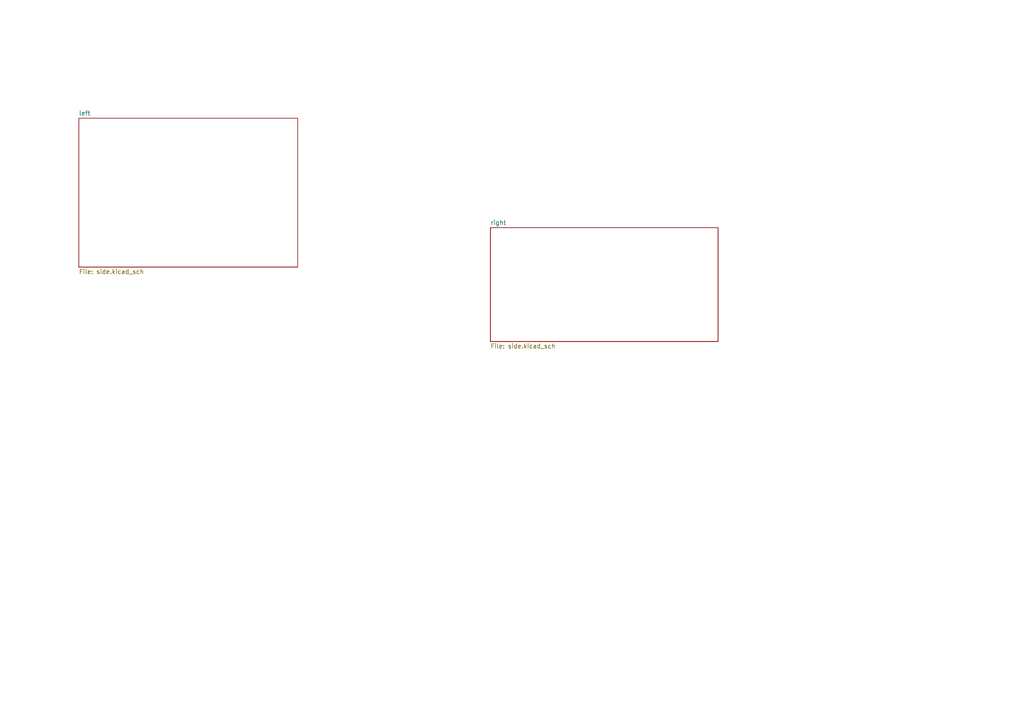
<source format=kicad_sch>
(kicad_sch
	(version 20250114)
	(generator "eeschema")
	(generator_version "9.0")
	(uuid "335dc3e7-4b48-409c-a95a-8b4c8a2649e6")
	(paper "A4")
	(lib_symbols)
	(sheet
		(at 142.24 66.04)
		(size 66.04 33.02)
		(exclude_from_sim no)
		(in_bom yes)
		(on_board yes)
		(dnp no)
		(fields_autoplaced yes)
		(stroke
			(width 0.1524)
			(type solid)
		)
		(fill
			(color 0 0 0 0.0000)
		)
		(uuid "6d017107-7697-4bf9-8822-e577abf56a49")
		(property "Sheetname" "right"
			(at 142.24 65.3284 0)
			(effects
				(font
					(size 1.27 1.27)
				)
				(justify left bottom)
			)
		)
		(property "Sheetfile" "side.kicad_sch"
			(at 142.24 99.6446 0)
			(effects
				(font
					(size 1.27 1.27)
				)
				(justify left top)
			)
		)
		(instances
			(project "winglets"
				(path "/335dc3e7-4b48-409c-a95a-8b4c8a2649e6"
					(page "3")
				)
			)
		)
	)
	(sheet
		(at 22.86 34.29)
		(size 63.5 43.18)
		(exclude_from_sim no)
		(in_bom yes)
		(on_board yes)
		(dnp no)
		(fields_autoplaced yes)
		(stroke
			(width 0.1524)
			(type solid)
		)
		(fill
			(color 0 0 0 0.0000)
		)
		(uuid "abbba996-2df9-4caa-8ec1-43a5aba66f58")
		(property "Sheetname" "left"
			(at 22.86 33.5784 0)
			(effects
				(font
					(size 1.27 1.27)
				)
				(justify left bottom)
			)
		)
		(property "Sheetfile" "side.kicad_sch"
			(at 22.86 78.0546 0)
			(effects
				(font
					(size 1.27 1.27)
				)
				(justify left top)
			)
		)
		(instances
			(project "winglets"
				(path "/335dc3e7-4b48-409c-a95a-8b4c8a2649e6"
					(page "2")
				)
			)
		)
	)
	(sheet_instances
		(path "/"
			(page "1")
		)
	)
	(embedded_fonts no)
)

</source>
